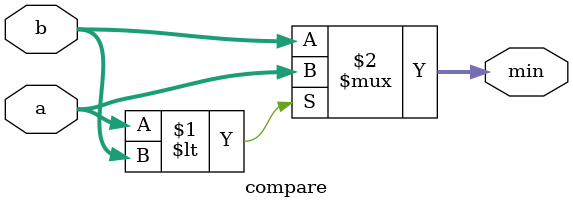
<source format=v>
module top_module(
    input [7:0] a, b, c, d,
    output [7:0] min
);
    wire [7:0] min1, min2;
    compare comp1(a, b, min1);
    compare comp2(c, d, min2);
    compare comp3(min1, min2, min);
endmodule

module compare (
    input [7:0] a, b,
    output [7:0] min
);
    assign min = (a < b) ? a : b;
endmodule

</source>
